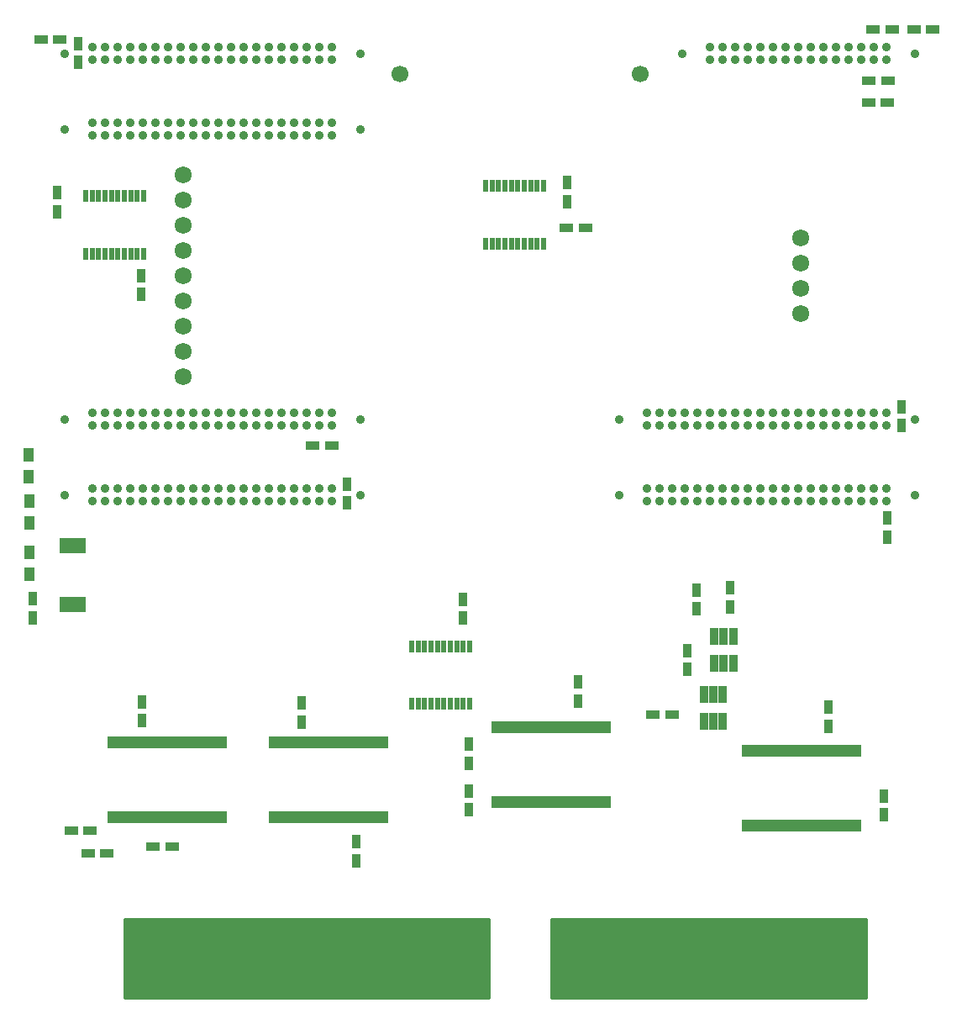
<source format=gts>
G04 #@! TF.FileFunction,Soldermask,Top*
%FSLAX46Y46*%
G04 Gerber Fmt 4.6, Leading zero omitted, Abs format (unit mm)*
G04 Created by KiCad (PCBNEW 4.0.2-stable) date 05.06.2016 11:41:23*
%MOMM*%
G01*
G04 APERTURE LIST*
%ADD10C,0.150000*%
%ADD11C,0.900000*%
%ADD12R,1.400000X0.950000*%
%ADD13R,0.950000X1.400000*%
%ADD14R,0.485000X1.200000*%
%ADD15R,0.901040X7.200240*%
%ADD16R,0.901040X6.199480*%
%ADD17R,1.100000X1.400000*%
%ADD18R,0.600000X1.200000*%
%ADD19R,0.650000X1.650000*%
%ADD20C,1.700000*%
%ADD21R,0.850000X1.760000*%
%ADD22C,1.724000*%
%ADD23C,0.254000*%
G04 APERTURE END LIST*
D10*
D11*
X99009200Y-62395100D03*
X99009200Y-63665100D03*
X100279200Y-62395100D03*
X100279200Y-63665100D03*
X101549200Y-62395100D03*
X101549200Y-63665100D03*
X102819200Y-62395100D03*
X102819200Y-63665100D03*
X104089200Y-62395100D03*
X104089200Y-63665100D03*
X105359200Y-62395100D03*
X105359200Y-63665100D03*
X106629200Y-62395100D03*
X106629200Y-63665100D03*
X107899200Y-62395100D03*
X107899200Y-63665100D03*
X109169200Y-62395100D03*
X109169200Y-63665100D03*
X110439200Y-62395100D03*
X110439200Y-63665100D03*
X111709200Y-62395100D03*
X111709200Y-63665100D03*
X112979200Y-62395100D03*
X112979200Y-63665100D03*
X114249200Y-62395100D03*
X114249200Y-63665100D03*
X36779200Y-62395100D03*
X36779200Y-63665100D03*
X38049200Y-62395100D03*
X38049200Y-63665100D03*
X39319200Y-62395100D03*
X39319200Y-63665100D03*
X40589200Y-62395100D03*
X40589200Y-63665100D03*
X41859200Y-62395100D03*
X41859200Y-63665100D03*
X43129200Y-62395100D03*
X43129200Y-63665100D03*
X44399200Y-62395100D03*
X44399200Y-63665100D03*
X45669200Y-62395100D03*
X45669200Y-63665100D03*
X46939200Y-62395100D03*
X46939200Y-63665100D03*
X48209200Y-62395100D03*
X48209200Y-63665100D03*
X49479200Y-62395100D03*
X49479200Y-63665100D03*
X50749200Y-62395100D03*
X50749200Y-63665100D03*
X52019200Y-62395100D03*
X52019200Y-63665100D03*
X53289200Y-62395100D03*
X53289200Y-63665100D03*
X54559200Y-62395100D03*
X54559200Y-63665100D03*
X55829200Y-62395100D03*
X55829200Y-63665100D03*
X57099200Y-62395100D03*
X57099200Y-63665100D03*
X58369200Y-62395100D03*
X58369200Y-63665100D03*
X59639200Y-62395100D03*
X59639200Y-63665100D03*
X60909200Y-62395100D03*
X60909200Y-63665100D03*
X60909200Y-108115100D03*
X60909200Y-106845100D03*
X59639200Y-108115100D03*
X59639200Y-106845100D03*
X58369200Y-108115100D03*
X58369200Y-106845100D03*
X57099200Y-108115100D03*
X57099200Y-106845100D03*
X55829200Y-108115100D03*
X55829200Y-106845100D03*
X54559200Y-108115100D03*
X54559200Y-106845100D03*
X53289200Y-108115100D03*
X53289200Y-106845100D03*
X52019200Y-108115100D03*
X52019200Y-106845100D03*
X50749200Y-108115100D03*
X50749200Y-106845100D03*
X49479200Y-108115100D03*
X49479200Y-106845100D03*
X48209200Y-108115100D03*
X48209200Y-106845100D03*
X46939200Y-108115100D03*
X46939200Y-106845100D03*
X45669200Y-108115100D03*
X45669200Y-106845100D03*
X44399200Y-108115100D03*
X44399200Y-106845100D03*
X43129200Y-108115100D03*
X43129200Y-106845100D03*
X41859200Y-108115100D03*
X41859200Y-106845100D03*
X40589200Y-108115100D03*
X40589200Y-106845100D03*
X39319200Y-108115100D03*
X39319200Y-106845100D03*
X38049200Y-108115100D03*
X38049200Y-106845100D03*
X36779200Y-108115100D03*
X36779200Y-106845100D03*
X60909200Y-100495100D03*
X60909200Y-99225100D03*
X59639200Y-100495100D03*
X59639200Y-99225100D03*
X58369200Y-100495100D03*
X58369200Y-99225100D03*
X57099200Y-100495100D03*
X57099200Y-99225100D03*
X55829200Y-100495100D03*
X55829200Y-99225100D03*
X54559200Y-100495100D03*
X54559200Y-99225100D03*
X53289200Y-100495100D03*
X53289200Y-99225100D03*
X52019200Y-100495100D03*
X52019200Y-99225100D03*
X50749200Y-99225100D03*
X50749200Y-100495100D03*
X49479200Y-100495100D03*
X49479200Y-99225100D03*
X48209200Y-100495100D03*
X48209200Y-99225100D03*
X46939200Y-100495100D03*
X46939200Y-99225100D03*
X45669200Y-100495100D03*
X45669200Y-99225100D03*
X44399200Y-99225100D03*
X44399200Y-100495100D03*
X43129200Y-100495100D03*
X43129200Y-99225100D03*
X41859200Y-100495100D03*
X41859200Y-99225100D03*
X40589200Y-100495100D03*
X40589200Y-99225100D03*
X39319200Y-100495100D03*
X39319200Y-99225100D03*
X38049200Y-99225100D03*
X38049200Y-100495100D03*
X36779200Y-100495100D03*
X36779200Y-99225100D03*
X102819200Y-106845100D03*
X104089200Y-108115100D03*
X104089200Y-106845100D03*
X102819200Y-108115100D03*
X100279200Y-108115100D03*
X100279200Y-106845100D03*
X99009200Y-108115100D03*
X99009200Y-106845100D03*
X96469200Y-106845100D03*
X97739200Y-108115100D03*
X97739200Y-106845100D03*
X96469200Y-108115100D03*
X95199200Y-108115100D03*
X95199200Y-106845100D03*
X93929200Y-108115100D03*
X93929200Y-106845100D03*
X92659200Y-108115100D03*
X92659200Y-106845100D03*
X101549200Y-108115100D03*
X101549200Y-106845100D03*
X112979200Y-108115100D03*
X112979200Y-106845100D03*
X111709200Y-108115100D03*
X111709200Y-106845100D03*
X114249200Y-108115100D03*
X114249200Y-106845100D03*
X109169200Y-106845100D03*
X110439200Y-108115100D03*
X110439200Y-106845100D03*
X109169200Y-108115100D03*
X107899200Y-108115100D03*
X107899200Y-106845100D03*
X106629200Y-108115100D03*
X106629200Y-106845100D03*
X105359200Y-108115100D03*
X105359200Y-106845100D03*
X115519200Y-106845100D03*
X116789200Y-108115100D03*
X116789200Y-106845100D03*
X115519200Y-108115100D03*
X96469200Y-100495100D03*
X97739200Y-100495100D03*
X96469200Y-99225100D03*
X97739200Y-99225100D03*
X95199200Y-100495100D03*
X93929200Y-100495100D03*
X93929200Y-99225100D03*
X92659200Y-100495100D03*
X95199200Y-99225100D03*
X92659200Y-99225100D03*
X115519200Y-100495100D03*
X116789200Y-100495100D03*
X115519200Y-99225100D03*
X116789200Y-99225100D03*
X105359200Y-100495100D03*
X102819200Y-99225100D03*
X104089200Y-100495100D03*
X104089200Y-99225100D03*
X102819200Y-100495100D03*
X105359200Y-99225100D03*
X107899200Y-100495100D03*
X107899200Y-99225100D03*
X109169200Y-100495100D03*
X106629200Y-100495100D03*
X110439200Y-99225100D03*
X109169200Y-99225100D03*
X110439200Y-100495100D03*
X106629200Y-99225100D03*
X101549200Y-100495100D03*
X100279200Y-100495100D03*
X100279200Y-99225100D03*
X99009200Y-100495100D03*
X99009200Y-99225100D03*
X101549200Y-99225100D03*
X114249200Y-100495100D03*
X112979200Y-100495100D03*
X112979200Y-99225100D03*
X111709200Y-100495100D03*
X111709200Y-99225100D03*
X114249200Y-99225100D03*
X36779200Y-70015100D03*
X36779200Y-71285100D03*
X38049200Y-70015100D03*
X38049200Y-71285100D03*
X39319200Y-70015100D03*
X39319200Y-71285100D03*
X40589200Y-70015100D03*
X40589200Y-71285100D03*
X41859200Y-70015100D03*
X41859200Y-71285100D03*
X43129200Y-70015100D03*
X43129200Y-71285100D03*
X44399200Y-70015100D03*
X44399200Y-71285100D03*
X45669200Y-70015100D03*
X45669200Y-71285100D03*
X46939200Y-70015100D03*
X46939200Y-71285100D03*
X48209200Y-70015100D03*
X48209200Y-71285100D03*
X49479200Y-70015100D03*
X49479200Y-71285100D03*
X50749200Y-70015100D03*
X50749200Y-71285100D03*
X52019200Y-70015100D03*
X52019200Y-71285100D03*
X53289200Y-70015100D03*
X53289200Y-71285100D03*
X54559200Y-70015100D03*
X54559200Y-71285100D03*
X55829200Y-70015100D03*
X55829200Y-71285100D03*
X57099200Y-70015100D03*
X57099200Y-71285100D03*
X58369200Y-70015100D03*
X58369200Y-71285100D03*
X59639200Y-70015100D03*
X59639200Y-71285100D03*
X60909200Y-70015100D03*
X60909200Y-71285100D03*
X115519200Y-62395100D03*
X115519200Y-63665100D03*
X116789200Y-62395100D03*
X116789200Y-63665100D03*
X119646700Y-63030100D03*
X96151700Y-63030100D03*
X63766700Y-63030100D03*
X33921700Y-63030100D03*
X63766700Y-70650100D03*
X33921700Y-70650100D03*
X63766700Y-99860100D03*
X63766700Y-107480100D03*
X33921700Y-99860100D03*
X33921700Y-107480100D03*
X119646700Y-99860100D03*
X89801700Y-99860100D03*
X89801700Y-107480100D03*
X119646700Y-107480100D03*
D12*
X33462000Y-61620400D03*
X31562000Y-61620400D03*
X42880000Y-142850000D03*
X44780000Y-142850000D03*
X38190000Y-143550000D03*
X36290000Y-143550000D03*
D13*
X116530000Y-139670000D03*
X116530000Y-137770000D03*
X110920000Y-130730000D03*
X110920000Y-128830000D03*
D12*
X36500000Y-141270000D03*
X34600000Y-141270000D03*
X95140000Y-129550000D03*
X93240000Y-129550000D03*
D13*
X97590000Y-118920000D03*
X97590000Y-117020000D03*
X63300000Y-142400000D03*
X63300000Y-144300000D03*
X74650000Y-137250000D03*
X74650000Y-139150000D03*
X101000000Y-118730000D03*
X101000000Y-116830000D03*
D14*
X102430000Y-140730000D03*
X102930000Y-140730000D03*
X103430000Y-140730000D03*
X103930000Y-140730000D03*
X104430000Y-140730000D03*
X104930000Y-140730000D03*
X105430000Y-140730000D03*
X105930000Y-140730000D03*
X106430000Y-140730000D03*
X106930000Y-140730000D03*
X107430000Y-140730000D03*
X107930000Y-140730000D03*
X108430000Y-140730000D03*
X108930000Y-140730000D03*
X109430000Y-140730000D03*
X109930000Y-140730000D03*
X110430000Y-140730000D03*
X110930000Y-140730000D03*
X111430000Y-140730000D03*
X111930000Y-140730000D03*
X112430000Y-140730000D03*
X112930000Y-140730000D03*
X113430000Y-140730000D03*
X113930000Y-140730000D03*
X113930000Y-133230000D03*
X113430000Y-133230000D03*
X112930000Y-133230000D03*
X112430000Y-133230000D03*
X111930000Y-133230000D03*
X111430000Y-133230000D03*
X110930000Y-133230000D03*
X110430000Y-133230000D03*
X109930000Y-133230000D03*
X109430000Y-133230000D03*
X108930000Y-133230000D03*
X108430000Y-133230000D03*
X107930000Y-133230000D03*
X107430000Y-133230000D03*
X106930000Y-133230000D03*
X106430000Y-133230000D03*
X105930000Y-133230000D03*
X105430000Y-133230000D03*
X104930000Y-133230000D03*
X104430000Y-133230000D03*
X103930000Y-133230000D03*
X103430000Y-133230000D03*
X102930000Y-133230000D03*
X102430000Y-133230000D03*
X54800000Y-139900000D03*
X55300000Y-139900000D03*
X55800000Y-139900000D03*
X56300000Y-139900000D03*
X56800000Y-139900000D03*
X57300000Y-139900000D03*
X57800000Y-139900000D03*
X58300000Y-139900000D03*
X58800000Y-139900000D03*
X59300000Y-139900000D03*
X59800000Y-139900000D03*
X60300000Y-139900000D03*
X60800000Y-139900000D03*
X61300000Y-139900000D03*
X61800000Y-139900000D03*
X62300000Y-139900000D03*
X62800000Y-139900000D03*
X63300000Y-139900000D03*
X63800000Y-139900000D03*
X64300000Y-139900000D03*
X64800000Y-139900000D03*
X65300000Y-139900000D03*
X65800000Y-139900000D03*
X66300000Y-139900000D03*
X66300000Y-132400000D03*
X65800000Y-132400000D03*
X65300000Y-132400000D03*
X64800000Y-132400000D03*
X64300000Y-132400000D03*
X63800000Y-132400000D03*
X63300000Y-132400000D03*
X62800000Y-132400000D03*
X62300000Y-132400000D03*
X61800000Y-132400000D03*
X61300000Y-132400000D03*
X60800000Y-132400000D03*
X60300000Y-132400000D03*
X59800000Y-132400000D03*
X59300000Y-132400000D03*
X58800000Y-132400000D03*
X58300000Y-132400000D03*
X57800000Y-132400000D03*
X57300000Y-132400000D03*
X56800000Y-132400000D03*
X56300000Y-132400000D03*
X55800000Y-132400000D03*
X55300000Y-132400000D03*
X54800000Y-132400000D03*
X77200000Y-138380000D03*
X77700000Y-138380000D03*
X78200000Y-138380000D03*
X78700000Y-138380000D03*
X79200000Y-138380000D03*
X79700000Y-138380000D03*
X80200000Y-138380000D03*
X80700000Y-138380000D03*
X81200000Y-138380000D03*
X81700000Y-138380000D03*
X82200000Y-138380000D03*
X82700000Y-138380000D03*
X83200000Y-138380000D03*
X83700000Y-138380000D03*
X84200000Y-138380000D03*
X84700000Y-138380000D03*
X85200000Y-138380000D03*
X85700000Y-138380000D03*
X86200000Y-138380000D03*
X86700000Y-138380000D03*
X87200000Y-138380000D03*
X87700000Y-138380000D03*
X88200000Y-138380000D03*
X88700000Y-138380000D03*
X88700000Y-130880000D03*
X88200000Y-130880000D03*
X87700000Y-130880000D03*
X87200000Y-130880000D03*
X86700000Y-130880000D03*
X86200000Y-130880000D03*
X85700000Y-130880000D03*
X85200000Y-130880000D03*
X84700000Y-130880000D03*
X84200000Y-130880000D03*
X83700000Y-130880000D03*
X83200000Y-130880000D03*
X82700000Y-130880000D03*
X82200000Y-130880000D03*
X81700000Y-130880000D03*
X81200000Y-130880000D03*
X80700000Y-130880000D03*
X80200000Y-130880000D03*
X79700000Y-130880000D03*
X79200000Y-130880000D03*
X78700000Y-130880000D03*
X78200000Y-130880000D03*
X77700000Y-130880000D03*
X77200000Y-130880000D03*
D15*
X40855900Y-153779220D03*
X41854120Y-153779220D03*
D16*
X42855140Y-153280100D03*
X43855640Y-153279220D03*
X44856400Y-153279220D03*
X45854620Y-153279220D03*
D15*
X46855140Y-153780100D03*
X47856140Y-153779220D03*
D16*
X48854360Y-153279220D03*
X49855120Y-153279220D03*
X50855880Y-153279220D03*
X51854100Y-153279220D03*
D15*
X52854860Y-153779220D03*
D16*
X53855620Y-153279220D03*
X54856380Y-153279220D03*
X55854600Y-153279220D03*
X56855360Y-153279220D03*
D15*
X57856120Y-153779220D03*
D16*
X58854340Y-153279220D03*
X59855100Y-153279220D03*
X60855860Y-153279220D03*
X61854080Y-153279220D03*
D15*
X62854840Y-153779220D03*
D16*
X63855600Y-153279220D03*
X64856360Y-153279220D03*
X65854580Y-153279220D03*
D15*
X66855340Y-153779220D03*
D16*
X67856100Y-153279220D03*
D15*
X68854320Y-153779220D03*
D16*
X69855080Y-153279220D03*
X70855840Y-153279220D03*
X71854060Y-153279220D03*
X72854820Y-153279220D03*
X73855580Y-153279220D03*
X74856340Y-153279220D03*
D15*
X75854560Y-153779220D03*
X40855900Y-153779220D03*
X41854120Y-153779220D03*
D16*
X42855140Y-153280100D03*
X43855140Y-153280100D03*
X44856400Y-153279220D03*
X45854620Y-153279220D03*
X46855380Y-153279220D03*
D15*
X47856140Y-153779220D03*
D16*
X48854360Y-153279220D03*
X49855120Y-153279220D03*
X50855880Y-153279220D03*
X51854100Y-153279220D03*
D15*
X52854860Y-153779220D03*
D16*
X53855620Y-153279220D03*
X54856380Y-153279220D03*
X55854600Y-153279220D03*
X56855360Y-153279220D03*
D15*
X57856120Y-153779220D03*
D16*
X58854340Y-153279220D03*
X59855100Y-153279220D03*
X60855860Y-153279220D03*
X61854080Y-153279220D03*
D15*
X62854840Y-153779220D03*
D16*
X63855600Y-153279220D03*
X64856360Y-153279220D03*
X65854580Y-153279220D03*
D15*
X66855340Y-153779220D03*
D16*
X67856100Y-153279220D03*
D15*
X68854320Y-153779220D03*
D16*
X69855080Y-153279220D03*
X70855840Y-153279220D03*
X71854060Y-153279220D03*
X72854820Y-153279220D03*
X73855580Y-153279220D03*
X74856340Y-153279220D03*
D15*
X75854560Y-153779220D03*
D16*
X83855560Y-153279220D03*
X84856320Y-153279220D03*
X85854540Y-153279220D03*
X86855300Y-153279220D03*
D15*
X87856060Y-153779220D03*
D16*
X88854280Y-153279220D03*
X89855040Y-153279220D03*
X90855800Y-153279220D03*
X91854020Y-153279220D03*
D15*
X92854780Y-153779220D03*
D16*
X93855540Y-153279220D03*
X94856300Y-153279220D03*
X95854520Y-153279220D03*
X96855280Y-153279220D03*
X97856040Y-153279220D03*
X98854260Y-153279220D03*
X99855020Y-153279220D03*
D15*
X100855780Y-153779220D03*
D16*
X101854000Y-153279220D03*
X102854760Y-153279220D03*
X103855520Y-153279220D03*
X104856280Y-153279220D03*
D15*
X105854500Y-153779220D03*
D16*
X106855260Y-153279220D03*
X107856020Y-153279220D03*
X108854240Y-153279220D03*
X109855000Y-153279220D03*
D15*
X110855760Y-153779220D03*
X111853980Y-153779220D03*
D16*
X112854740Y-153279220D03*
D15*
X113855500Y-153779220D03*
D16*
X83855560Y-153279220D03*
X84856320Y-153279220D03*
X85854540Y-153279220D03*
X86855300Y-153279220D03*
D15*
X87856060Y-153779220D03*
D16*
X88854280Y-153279220D03*
X89855040Y-153279220D03*
X90855800Y-153279220D03*
X91854020Y-153279220D03*
D15*
X92854780Y-153779220D03*
D16*
X93855540Y-153279220D03*
X94856300Y-153279220D03*
X95854520Y-153279220D03*
X96855280Y-153279220D03*
X97856040Y-153279220D03*
X98854260Y-153279220D03*
X99855020Y-153279220D03*
D15*
X100855780Y-153779220D03*
D16*
X101854000Y-153279220D03*
X102854760Y-153279220D03*
X103855520Y-153279220D03*
X104856280Y-153279220D03*
D15*
X105854500Y-153779220D03*
D16*
X106855260Y-153279220D03*
X107856020Y-153279220D03*
X108854240Y-153279220D03*
X109855000Y-153279220D03*
D15*
X110855760Y-153779220D03*
X111853980Y-153779220D03*
D16*
X112854740Y-153279220D03*
D15*
X113855500Y-153779220D03*
D13*
X85660000Y-128210000D03*
X85660000Y-126310000D03*
X57790000Y-130320000D03*
X57790000Y-128420000D03*
X96680000Y-125030000D03*
X96680000Y-123130000D03*
X74110000Y-119870000D03*
X74110000Y-117970000D03*
X74650000Y-132550000D03*
X74650000Y-134450000D03*
X41780000Y-130210000D03*
X41780000Y-128310000D03*
X35331400Y-61991200D03*
X35331400Y-63891200D03*
X118237000Y-100477400D03*
X118237000Y-98577400D03*
X62407800Y-108249800D03*
X62407800Y-106349800D03*
D12*
X60840000Y-102450000D03*
X58940000Y-102450000D03*
D13*
X116840000Y-109800000D03*
X116840000Y-111700000D03*
D12*
X116900000Y-65750000D03*
X115000000Y-65750000D03*
X116880000Y-67980000D03*
X114980000Y-67980000D03*
X117340000Y-60560000D03*
X115440000Y-60560000D03*
X119507000Y-60579000D03*
X121407000Y-60579000D03*
D13*
X84600000Y-77890000D03*
X84600000Y-75990000D03*
X30740000Y-117930000D03*
X30740000Y-119830000D03*
D12*
X84530000Y-80590000D03*
X86430000Y-80590000D03*
D13*
X33220000Y-78930000D03*
X33220000Y-77030000D03*
X41670000Y-85340000D03*
X41670000Y-87240000D03*
D17*
X30380000Y-110250000D03*
X30380000Y-108050000D03*
X30290000Y-105630000D03*
X30290000Y-103430000D03*
X30390000Y-113200000D03*
X30390000Y-115400000D03*
D18*
X82215000Y-76350000D03*
X81565000Y-76350000D03*
X80915000Y-76350000D03*
X80265000Y-76350000D03*
X79615000Y-76350000D03*
X78965000Y-76350000D03*
X78315000Y-76350000D03*
X77665000Y-76350000D03*
X77015000Y-76350000D03*
X76365000Y-76350000D03*
X76365000Y-82150000D03*
X77015000Y-82150000D03*
X77665000Y-82150000D03*
X78315000Y-82150000D03*
X78965000Y-82150000D03*
X79615000Y-82150000D03*
X80265000Y-82150000D03*
X80915000Y-82150000D03*
X81565000Y-82150000D03*
X82215000Y-82150000D03*
X74765000Y-122690000D03*
X74115000Y-122690000D03*
X73465000Y-122690000D03*
X72815000Y-122690000D03*
X72165000Y-122690000D03*
X71515000Y-122690000D03*
X70865000Y-122690000D03*
X70215000Y-122690000D03*
X69565000Y-122690000D03*
X68915000Y-122690000D03*
X68915000Y-128490000D03*
X69565000Y-128490000D03*
X70215000Y-128490000D03*
X70865000Y-128490000D03*
X71515000Y-128490000D03*
X72165000Y-128490000D03*
X72815000Y-128490000D03*
X73465000Y-128490000D03*
X74115000Y-128490000D03*
X74765000Y-128490000D03*
D14*
X38520000Y-139880000D03*
X39020000Y-139880000D03*
X39520000Y-139880000D03*
X40020000Y-139880000D03*
X40520000Y-139880000D03*
X41020000Y-139880000D03*
X41520000Y-139880000D03*
X42020000Y-139880000D03*
X42520000Y-139880000D03*
X43020000Y-139880000D03*
X43520000Y-139880000D03*
X44020000Y-139880000D03*
X44520000Y-139880000D03*
X45020000Y-139880000D03*
X45520000Y-139880000D03*
X46020000Y-139880000D03*
X46520000Y-139880000D03*
X47020000Y-139880000D03*
X47520000Y-139880000D03*
X48020000Y-139880000D03*
X48520000Y-139880000D03*
X49020000Y-139880000D03*
X49520000Y-139880000D03*
X50020000Y-139880000D03*
X50020000Y-132380000D03*
X49520000Y-132380000D03*
X49020000Y-132380000D03*
X48520000Y-132380000D03*
X48020000Y-132380000D03*
X47520000Y-132380000D03*
X47020000Y-132380000D03*
X46520000Y-132380000D03*
X46020000Y-132380000D03*
X45520000Y-132380000D03*
X45020000Y-132380000D03*
X44520000Y-132380000D03*
X44020000Y-132380000D03*
X43520000Y-132380000D03*
X43020000Y-132380000D03*
X42520000Y-132380000D03*
X42020000Y-132380000D03*
X41520000Y-132380000D03*
X41020000Y-132380000D03*
X40520000Y-132380000D03*
X40020000Y-132380000D03*
X39520000Y-132380000D03*
X39020000Y-132380000D03*
X38520000Y-132380000D03*
D19*
X33805000Y-118490000D03*
X34455000Y-118490000D03*
X35105000Y-118490000D03*
X35755000Y-118490000D03*
X35755000Y-112590000D03*
X35105000Y-112590000D03*
X34455000Y-112590000D03*
X33805000Y-112590000D03*
D20*
X91970000Y-65050000D03*
X67770000Y-65050000D03*
D21*
X101320000Y-121730000D03*
X100370000Y-121730000D03*
X99420000Y-121730000D03*
X99420000Y-124430000D03*
X101320000Y-124430000D03*
X100370000Y-124430000D03*
X100240000Y-127560000D03*
X99290000Y-127560000D03*
X98340000Y-127560000D03*
X98340000Y-130260000D03*
X100240000Y-130260000D03*
X99290000Y-130260000D03*
D18*
X41905000Y-77340000D03*
X41255000Y-77340000D03*
X40605000Y-77340000D03*
X39955000Y-77340000D03*
X39305000Y-77340000D03*
X38655000Y-77340000D03*
X38005000Y-77340000D03*
X37355000Y-77340000D03*
X36705000Y-77340000D03*
X36055000Y-77340000D03*
X36055000Y-83140000D03*
X36705000Y-83140000D03*
X37355000Y-83140000D03*
X38005000Y-83140000D03*
X38655000Y-83140000D03*
X39305000Y-83140000D03*
X39955000Y-83140000D03*
X40605000Y-83140000D03*
X41255000Y-83140000D03*
X41905000Y-83140000D03*
D22*
X45890000Y-75190000D03*
X45890000Y-77730000D03*
X45890000Y-80270000D03*
X45890000Y-82810000D03*
X45890000Y-85350000D03*
X45890000Y-87890000D03*
X45890000Y-90430000D03*
X45890000Y-92970000D03*
X45890000Y-95510000D03*
X108120000Y-81540000D03*
X108120000Y-84080000D03*
X108120000Y-89160000D03*
X108120000Y-86620000D03*
D23*
G36*
X76730860Y-158153100D02*
X39984680Y-158153100D01*
X39984680Y-150157180D01*
X76730860Y-150157180D01*
X76730860Y-158153100D01*
X76730860Y-158153100D01*
G37*
X76730860Y-158153100D02*
X39984680Y-158153100D01*
X39984680Y-150157180D01*
X76730860Y-150157180D01*
X76730860Y-158153100D01*
G36*
X114731800Y-158153100D02*
X82984340Y-158153100D01*
X82984340Y-150157180D01*
X114731800Y-150157180D01*
X114731800Y-158153100D01*
X114731800Y-158153100D01*
G37*
X114731800Y-158153100D02*
X82984340Y-158153100D01*
X82984340Y-150157180D01*
X114731800Y-150157180D01*
X114731800Y-158153100D01*
M02*

</source>
